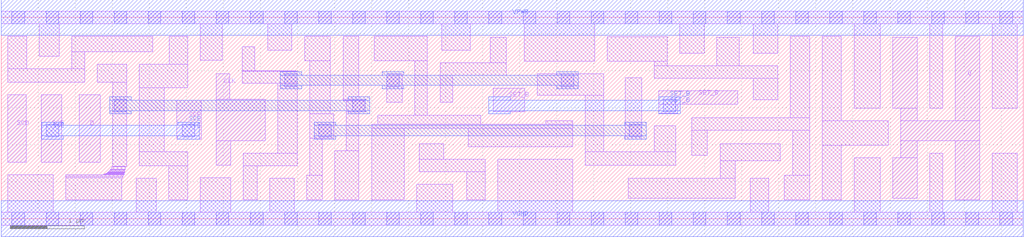
<source format=lef>
# Copyright 2020 The SkyWater PDK Authors
#
# Licensed under the Apache License, Version 2.0 (the "License");
# you may not use this file except in compliance with the License.
# You may obtain a copy of the License at
#
#     https://www.apache.org/licenses/LICENSE-2.0
#
# Unless required by applicable law or agreed to in writing, software
# distributed under the License is distributed on an "AS IS" BASIS,
# WITHOUT WARRANTIES OR CONDITIONS OF ANY KIND, either express or implied.
# See the License for the specific language governing permissions and
# limitations under the License.
#
# SPDX-License-Identifier: Apache-2.0

VERSION 5.7 ;
  NAMESCASESENSITIVE ON ;
  NOWIREEXTENSIONATPIN ON ;
  DIVIDERCHAR "/" ;
  BUSBITCHARS "[]" ;
UNITS
  DATABASE MICRONS 200 ;
END UNITS
MACRO sky130_fd_sc_hd__sdfstp_4
  CLASS CORE ;
  FOREIGN sky130_fd_sc_hd__sdfstp_4 ;
  ORIGIN  0.000000  0.000000 ;
  SIZE  13.80000 BY  2.720000 ;
  SYMMETRY X Y R90 ;
  SITE unithd ;
  PIN D
    ANTENNAGATEAREA  0.159000 ;
    DIRECTION INPUT ;
    USE SIGNAL ;
    PORT
      LAYER li1 ;
        RECT 1.050000 0.765000 1.335000 1.675000 ;
    END
  END D
  PIN Q
    ANTENNADIFFAREA  0.891000 ;
    DIRECTION OUTPUT ;
    USE SIGNAL ;
    PORT
      LAYER li1 ;
        RECT 12.040000 0.275000 12.370000 0.825000 ;
        RECT 12.040000 1.495000 12.370000 2.450000 ;
        RECT 12.145000 0.825000 12.370000 1.055000 ;
        RECT 12.145000 1.055000 13.210000 1.325000 ;
        RECT 12.145000 1.325000 12.370000 1.495000 ;
        RECT 12.880000 0.255000 13.210000 1.055000 ;
        RECT 12.880000 1.325000 13.210000 2.465000 ;
    END
  END Q
  PIN SCD
    ANTENNAGATEAREA  0.159000 ;
    DIRECTION INPUT ;
    USE SIGNAL ;
    PORT
      LAYER li1 ;
        RECT 0.085000 0.765000 0.340000 1.675000 ;
    END
  END SCD
  PIN SCE
    ANTENNAGATEAREA  0.318000 ;
    DIRECTION INPUT ;
    USE SIGNAL ;
    PORT
      LAYER li1 ;
        RECT 0.540000 0.765000 0.820000 1.675000 ;
      LAYER mcon ;
        RECT 0.605000 1.105000 0.775000 1.275000 ;
    END
    PORT
      LAYER li1 ;
        RECT 2.370000 1.075000 2.700000 1.600000 ;
      LAYER mcon ;
        RECT 2.445000 1.105000 2.615000 1.275000 ;
    END
    PORT
      LAYER met1 ;
        RECT 0.545000 1.075000 0.835000 1.120000 ;
        RECT 0.545000 1.120000 2.675000 1.260000 ;
        RECT 0.545000 1.260000 0.835000 1.305000 ;
        RECT 2.385000 1.075000 2.675000 1.120000 ;
        RECT 2.385000 1.260000 2.675000 1.305000 ;
    END
  END SCE
  PIN SET_B
    ANTENNAGATEAREA  0.252000 ;
    DIRECTION INPUT ;
    USE SIGNAL ;
    PORT
      LAYER li1 ;
        RECT 6.640000 1.445000 7.065000 1.765000 ;
    END
    PORT
      LAYER li1 ;
        RECT 8.880000 1.425000 9.135000 1.545000 ;
        RECT 8.880000 1.545000 9.945000 1.725000 ;
      LAYER mcon ;
        RECT 8.940000 1.445000 9.110000 1.615000 ;
    END
    PORT
      LAYER met1 ;
        RECT 6.580000 1.415000 6.870000 1.460000 ;
        RECT 6.580000 1.460000 9.170000 1.600000 ;
        RECT 6.580000 1.600000 6.870000 1.645000 ;
        RECT 8.880000 1.415000 9.170000 1.460000 ;
        RECT 8.880000 1.600000 9.170000 1.645000 ;
    END
  END SET_B
  PIN CLK
    ANTENNAGATEAREA  0.159000 ;
    DIRECTION INPUT ;
    USE CLOCK ;
    PORT
      LAYER li1 ;
        RECT 2.905000 0.725000 3.100000 1.055000 ;
        RECT 2.905000 1.055000 3.565000 1.615000 ;
        RECT 2.905000 1.615000 3.085000 1.960000 ;
    END
  END CLK
  PIN VGND
    DIRECTION INOUT ;
    SHAPE ABUTMENT ;
    USE GROUND ;
    PORT
      LAYER met1 ;
        RECT 0.000000 -0.240000 13.800000 0.240000 ;
    END
  END VGND
  PIN VPWR
    DIRECTION INOUT ;
    SHAPE ABUTMENT ;
    USE POWER ;
    PORT
      LAYER met1 ;
        RECT 0.000000 2.480000 13.800000 2.960000 ;
    END
  END VPWR
  OBS
    LAYER li1 ;
      RECT  0.000000 -0.085000 13.800000 0.085000 ;
      RECT  0.000000  2.635000 13.800000 2.805000 ;
      RECT  0.085000  0.085000  0.700000 0.595000 ;
      RECT  0.085000  1.845000  1.125000 2.025000 ;
      RECT  0.085000  2.025000  0.345000 2.465000 ;
      RECT  0.515000  2.195000  0.785000 2.635000 ;
      RECT  0.870000  0.255000  1.625000 0.555000 ;
      RECT  0.870000  0.555000  1.640000 0.575000 ;
      RECT  0.870000  0.575000  1.650000 0.595000 ;
      RECT  0.955000  2.025000  1.125000 2.255000 ;
      RECT  0.955000  2.255000  2.045000 2.465000 ;
      RECT  1.295000  1.845000  1.695000 2.085000 ;
      RECT  1.380000  0.595000  1.660000 0.600000 ;
      RECT  1.395000  0.600000  1.660000 0.605000 ;
      RECT  1.405000  0.605000  1.660000 0.610000 ;
      RECT  1.420000  0.610000  1.660000 0.615000 ;
      RECT  1.430000  0.615000  1.660000 0.620000 ;
      RECT  1.440000  0.620000  1.665000 0.630000 ;
      RECT  1.445000  0.630000  1.665000 0.635000 ;
      RECT  1.460000  0.635000  1.665000 0.645000 ;
      RECT  1.475000  0.645000  1.670000 0.660000 ;
      RECT  1.475000  0.660000  1.675000 0.665000 ;
      RECT  1.495000  0.665000  1.675000 0.705000 ;
      RECT  1.505000  0.705000  1.675000 0.710000 ;
      RECT  1.505000  0.710000  1.695000 1.845000 ;
      RECT  1.825000  0.085000  2.090000 0.545000 ;
      RECT  1.865000  0.715000  2.520000 0.905000 ;
      RECT  1.865000  0.905000  2.200000 1.770000 ;
      RECT  1.865000  1.770000  2.520000 2.085000 ;
      RECT  2.260000  0.255000  2.520000 0.715000 ;
      RECT  2.270000  2.085000  2.520000 2.465000 ;
      RECT  2.690000  0.085000  3.100000 0.555000 ;
      RECT  2.690000  2.140000  2.985000 2.635000 ;
      RECT  3.255000  1.830000  3.995000 1.990000 ;
      RECT  3.255000  1.990000  3.985000 2.000000 ;
      RECT  3.255000  2.000000  3.425000 2.325000 ;
      RECT  3.270000  0.255000  3.455000 0.715000 ;
      RECT  3.270000  0.715000  3.995000 0.885000 ;
      RECT  3.595000  2.275000  3.925000 2.635000 ;
      RECT  3.625000  0.085000  3.955000 0.545000 ;
      RECT  3.735000  0.885000  3.995000 1.830000 ;
      RECT  4.095000  2.135000  4.440000 2.465000 ;
      RECT  4.125000  0.255000  4.335000 0.585000 ;
      RECT  4.165000  0.585000  4.335000 1.090000 ;
      RECT  4.165000  1.090000  4.490000 1.420000 ;
      RECT  4.165000  1.420000  4.440000 2.135000 ;
      RECT  4.505000  0.255000  4.830000 0.920000 ;
      RECT  4.615000  1.590000  4.915000 1.615000 ;
      RECT  4.615000  1.615000  4.830000 2.465000 ;
      RECT  4.660000  0.920000  4.830000 1.445000 ;
      RECT  4.660000  1.445000  4.915000 1.590000 ;
      RECT  5.000000  0.255000  5.440000 1.225000 ;
      RECT  5.000000  1.225000  7.715000 1.275000 ;
      RECT  5.035000  2.135000  5.755000 2.465000 ;
      RECT  5.085000  1.275000  6.475000 1.395000 ;
      RECT  5.205000  1.575000  5.415000 1.955000 ;
      RECT  5.585000  1.395000  5.755000 2.135000 ;
      RECT  5.610000  0.085000  6.095000 0.465000 ;
      RECT  5.645000  0.635000  6.535000 0.805000 ;
      RECT  5.645000  0.805000  5.975000 1.015000 ;
      RECT  5.925000  1.575000  6.095000 1.935000 ;
      RECT  5.925000  1.935000  6.820000 2.105000 ;
      RECT  5.945000  2.275000  6.330000 2.635000 ;
      RECT  6.285000  0.255000  6.535000 0.635000 ;
      RECT  6.305000  0.975000  7.715000 1.225000 ;
      RECT  6.605000  2.105000  6.820000 2.450000 ;
      RECT  6.705000  0.085000  7.715000 0.805000 ;
      RECT  7.060000  2.125000  8.015000 2.635000 ;
      RECT  7.235000  1.670000  8.135000 1.955000 ;
      RECT  7.355000  1.275000  7.715000 1.325000 ;
      RECT  7.885000  0.720000  9.105000 0.905000 ;
      RECT  7.885000  0.905000  8.135000 1.670000 ;
      RECT  8.185000  2.125000  8.990000 2.460000 ;
      RECT  8.425000  1.075000  8.650000 1.905000 ;
      RECT  8.465000  0.275000  9.910000 0.545000 ;
      RECT  8.820000  0.905000  9.105000 1.255000 ;
      RECT  8.820000  1.895000 10.485000 2.065000 ;
      RECT  8.820000  2.065000  8.990000 2.125000 ;
      RECT  9.160000  2.235000  9.490000 2.635000 ;
      RECT  9.320000  0.855000  9.530000 1.195000 ;
      RECT  9.320000  1.195000 10.915000 1.365000 ;
      RECT  9.660000  2.065000  9.965000 2.450000 ;
      RECT  9.710000  0.545000  9.910000 0.785000 ;
      RECT  9.710000  0.785000 10.515000 1.015000 ;
      RECT 10.115000  0.085000 10.365000 0.545000 ;
      RECT 10.155000  1.605000 10.485000 1.895000 ;
      RECT 10.155000  2.235000 10.485000 2.635000 ;
      RECT 10.575000  0.255000 10.915000 0.585000 ;
      RECT 10.655000  1.365000 10.915000 2.465000 ;
      RECT 10.685000  0.585000 10.915000 1.195000 ;
      RECT 11.085000  0.255000 11.345000 0.995000 ;
      RECT 11.085000  0.995000 11.975000 1.325000 ;
      RECT 11.085000  1.325000 11.345000 2.465000 ;
      RECT 11.515000  0.085000 11.870000 0.825000 ;
      RECT 11.515000  1.495000 11.870000 2.635000 ;
      RECT 12.540000  0.085000 12.710000 0.885000 ;
      RECT 12.540000  1.495000 12.710000 2.635000 ;
      RECT 13.380000  0.085000 13.715000 0.885000 ;
      RECT 13.380000  1.495000 13.715000 2.635000 ;
    LAYER mcon ;
      RECT  0.145000 -0.085000  0.315000 0.085000 ;
      RECT  0.145000  2.635000  0.315000 2.805000 ;
      RECT  0.605000 -0.085000  0.775000 0.085000 ;
      RECT  0.605000  2.635000  0.775000 2.805000 ;
      RECT  1.065000 -0.085000  1.235000 0.085000 ;
      RECT  1.065000  2.635000  1.235000 2.805000 ;
      RECT  1.525000 -0.085000  1.695000 0.085000 ;
      RECT  1.525000  1.445000  1.695000 1.615000 ;
      RECT  1.525000  2.635000  1.695000 2.805000 ;
      RECT  1.985000 -0.085000  2.155000 0.085000 ;
      RECT  1.985000  2.635000  2.155000 2.805000 ;
      RECT  2.445000 -0.085000  2.615000 0.085000 ;
      RECT  2.445000  2.635000  2.615000 2.805000 ;
      RECT  2.905000 -0.085000  3.075000 0.085000 ;
      RECT  2.905000  2.635000  3.075000 2.805000 ;
      RECT  3.365000 -0.085000  3.535000 0.085000 ;
      RECT  3.365000  2.635000  3.535000 2.805000 ;
      RECT  3.825000 -0.085000  3.995000 0.085000 ;
      RECT  3.825000  1.785000  3.995000 1.955000 ;
      RECT  3.825000  2.635000  3.995000 2.805000 ;
      RECT  4.285000 -0.085000  4.455000 0.085000 ;
      RECT  4.285000  1.105000  4.455000 1.275000 ;
      RECT  4.285000  2.635000  4.455000 2.805000 ;
      RECT  4.745000 -0.085000  4.915000 0.085000 ;
      RECT  4.745000  1.445000  4.915000 1.615000 ;
      RECT  4.745000  2.635000  4.915000 2.805000 ;
      RECT  5.205000 -0.085000  5.375000 0.085000 ;
      RECT  5.205000  1.785000  5.375000 1.955000 ;
      RECT  5.205000  2.635000  5.375000 2.805000 ;
      RECT  5.665000 -0.085000  5.835000 0.085000 ;
      RECT  5.665000  2.635000  5.835000 2.805000 ;
      RECT  6.125000 -0.085000  6.295000 0.085000 ;
      RECT  6.125000  2.635000  6.295000 2.805000 ;
      RECT  6.585000 -0.085000  6.755000 0.085000 ;
      RECT  6.585000  2.635000  6.755000 2.805000 ;
      RECT  7.045000 -0.085000  7.215000 0.085000 ;
      RECT  7.045000  2.635000  7.215000 2.805000 ;
      RECT  7.505000 -0.085000  7.675000 0.085000 ;
      RECT  7.505000  2.635000  7.675000 2.805000 ;
      RECT  7.560000  1.785000  7.730000 1.955000 ;
      RECT  7.965000 -0.085000  8.135000 0.085000 ;
      RECT  7.965000  2.635000  8.135000 2.805000 ;
      RECT  8.425000 -0.085000  8.595000 0.085000 ;
      RECT  8.425000  2.635000  8.595000 2.805000 ;
      RECT  8.480000  1.105000  8.650000 1.275000 ;
      RECT  8.885000 -0.085000  9.055000 0.085000 ;
      RECT  8.885000  2.635000  9.055000 2.805000 ;
      RECT  9.345000 -0.085000  9.515000 0.085000 ;
      RECT  9.345000  2.635000  9.515000 2.805000 ;
      RECT  9.805000 -0.085000  9.975000 0.085000 ;
      RECT  9.805000  2.635000  9.975000 2.805000 ;
      RECT 10.265000 -0.085000 10.435000 0.085000 ;
      RECT 10.265000  2.635000 10.435000 2.805000 ;
      RECT 10.725000 -0.085000 10.895000 0.085000 ;
      RECT 10.725000  2.635000 10.895000 2.805000 ;
      RECT 11.185000 -0.085000 11.355000 0.085000 ;
      RECT 11.185000  2.635000 11.355000 2.805000 ;
      RECT 11.645000 -0.085000 11.815000 0.085000 ;
      RECT 11.645000  2.635000 11.815000 2.805000 ;
      RECT 12.105000 -0.085000 12.275000 0.085000 ;
      RECT 12.105000  2.635000 12.275000 2.805000 ;
      RECT 12.565000 -0.085000 12.735000 0.085000 ;
      RECT 12.565000  2.635000 12.735000 2.805000 ;
      RECT 13.025000 -0.085000 13.195000 0.085000 ;
      RECT 13.025000  2.635000 13.195000 2.805000 ;
      RECT 13.485000 -0.085000 13.655000 0.085000 ;
      RECT 13.485000  2.635000 13.655000 2.805000 ;
    LAYER met1 ;
      RECT 1.465000 1.415000 1.755000 1.460000 ;
      RECT 1.465000 1.460000 4.975000 1.600000 ;
      RECT 1.465000 1.600000 1.755000 1.645000 ;
      RECT 3.765000 1.755000 4.055000 1.800000 ;
      RECT 3.765000 1.800000 7.790000 1.940000 ;
      RECT 3.765000 1.940000 4.055000 1.985000 ;
      RECT 4.225000 1.075000 4.515000 1.120000 ;
      RECT 4.225000 1.120000 8.710000 1.260000 ;
      RECT 4.225000 1.260000 4.515000 1.305000 ;
      RECT 4.685000 1.415000 4.975000 1.460000 ;
      RECT 4.685000 1.600000 4.975000 1.645000 ;
      RECT 5.145000 1.755000 5.435000 1.800000 ;
      RECT 5.145000 1.940000 5.435000 1.985000 ;
      RECT 7.500000 1.755000 7.790000 1.800000 ;
      RECT 7.500000 1.940000 7.790000 1.985000 ;
      RECT 8.420000 1.075000 8.710000 1.120000 ;
      RECT 8.420000 1.260000 8.710000 1.305000 ;
  END
END sky130_fd_sc_hd__sdfstp_4
END LIBRARY

</source>
